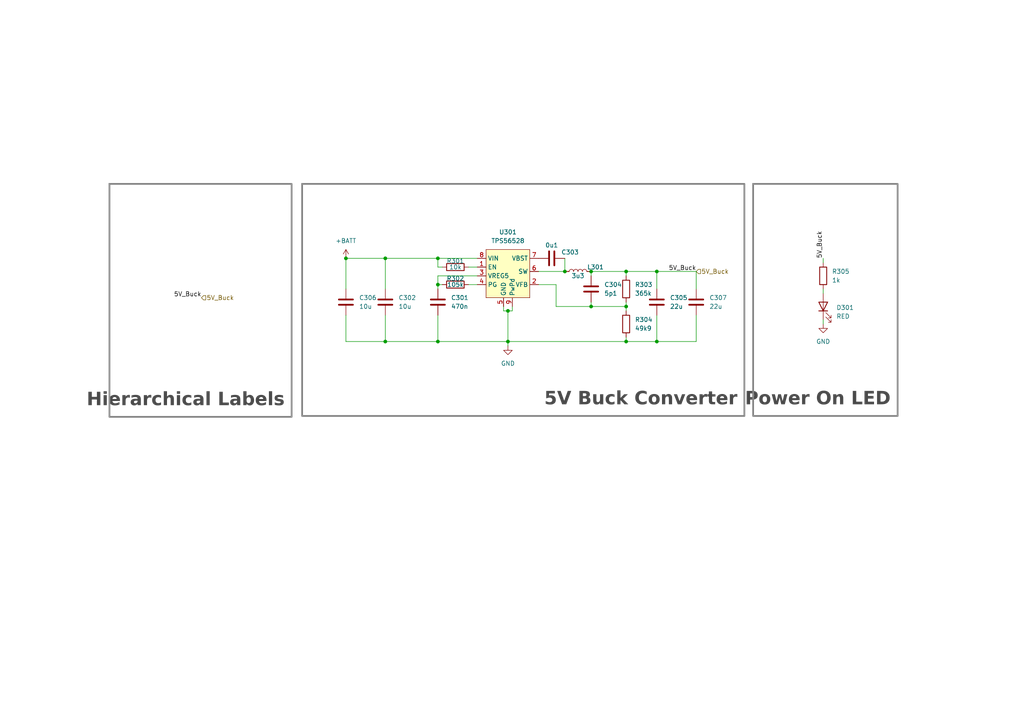
<source format=kicad_sch>
(kicad_sch (version 20231120) (generator "eeschema") (generator_version "8.0")
  (paper "A4")
  (lib_symbols
    (symbol "CUSTOM:TPS56528"
      (property "Reference" "U" (at 0 8.128 0))
      (property "Value" "TPS56528" (at 0 0 0))
      (symbol "TPS56528_1_1"
        (rectangle (start -6.35 6.35) (end 6.35 -7.62) (fill (type background)))
        (pin unspecified line (at -8.89 1.27 0) (length 2.54) (name "EN") (number "1"))
        (pin unspecified line (at 8.89 -3.81 180) (length 2.54) (name "VFB") (number "2"))
        (pin unspecified line (at -8.89 -1.27 0) (length 2.54) (name "VREG5") (number "3"))
        (pin unspecified line (at -8.89 -3.81 0) (length 2.54) (name "PG") (number "4"))
        (pin power_out line (at -1.27 -10.16 90) (length 2.54) (name "GND") (number "5"))
        (pin unspecified line (at 8.89 0 180) (length 2.54) (name "SW") (number "6"))
        (pin unspecified line (at 8.89 3.81 180) (length 2.54) (name "VBST") (number "7"))
        (pin power_in line (at -8.89 3.81 0) (length 2.54) (name "VIN") (number "8"))
        (pin power_out line (at 1.27 -10.16 90) (length 2.54) (name "PwPd") (number "9"))
      )
    )
    (symbol "Device:C" (pin_numbers hide) (pin_names (offset 0.254))
      (property "Reference" "C" (at 0.635 2.54 0))
      (property "Value" "C" (at 0.635 -2.54 0))
      (symbol "C_0_1"
        (polyline (pts (xy -2.032 -0.762) (xy 2.032 -0.762)) (stroke (width 0.508)))
        (polyline (pts (xy -2.032 0.762) (xy 2.032 0.762)) (stroke (width 0.508)))
      )
      (symbol "C_1_1"
        (pin passive line (at 0 3.81 270) (length 2.794) (name "~") (number "1"))
        (pin passive line (at 0 -3.81 90) (length 2.794) (name "~") (number "2"))
      )
    )
    (symbol "Device:L" (pin_numbers hide) (pin_names (offset 1.016) hide)
      (property "Reference" "L" (at -1.27 0 90))
      (property "Value" "L" (at 1.905 0 90))
      (symbol "L_0_1"
        (arc (start 0 -2.54) (mid 0.6323 -1.905) (end 0 -1.27))
        (arc (start 0 -1.27) (mid 0.6323 -0.635) (end 0 0))
        (arc (start 0 0) (mid 0.6323 0.635) (end 0 1.27))
        (arc (start 0 1.27) (mid 0.6323 1.905) (end 0 2.54))
      )
      (symbol "L_1_1"
        (pin passive line (at 0 3.81 270) (length 1.27) (name "1") (number "1"))
        (pin passive line (at 0 -3.81 90) (length 1.27) (name "2") (number "2"))
      )
    )
    (symbol "Device:LED" (pin_numbers hide) (pin_names (offset 1.016) hide)
      (property "Reference" "D" (at 0 2.54 0))
      (property "Value" "LED" (at 0 -2.54 0))
      (symbol "LED_0_1"
        (polyline (pts (xy -1.27 -1.27) (xy -1.27 1.27)) (stroke (width 0.254)))
        (polyline (pts (xy -1.27 0) (xy 1.27 0)))
        (polyline (pts (xy 1.27 -1.27) (xy 1.27 1.27) (xy -1.27 0) (xy 1.27 -1.27)) (stroke (width 0.254)))
        (polyline (pts (xy -3.048 -0.762) (xy -4.572 -2.286) (xy -3.81 -2.286) (xy -4.572 -2.286) (xy -4.572 -1.524)))
        (polyline (pts (xy -1.778 -0.762) (xy -3.302 -2.286) (xy -2.54 -2.286) (xy -3.302 -2.286) (xy -3.302 -1.524)))
      )
      (symbol "LED_1_1"
        (pin passive line (at -3.81 0 0) (length 2.54) (name "K") (number "1"))
        (pin passive line (at 3.81 0 180) (length 2.54) (name "A") (number "2"))
      )
    )
    (symbol "Device:R" (pin_numbers hide) (pin_names (offset 0))
      (property "Reference" "R" (at 2.032 0 90))
      (property "Value" "R" (at 0 0 90))
      (symbol "R_0_1"
        (rectangle (start -1.016 -2.54) (end 1.016 2.54) (stroke (width 0.254)))
      )
      (symbol "R_1_1"
        (pin passive line (at 0 3.81 270) (length 1.27) (name "~") (number "1"))
        (pin passive line (at 0 -3.81 90) (length 1.27) (name "~") (number "2"))
      )
    )
    (symbol "power:+BATT" (power) (pin_names (offset 0))
      (property "Value" "+BATT" (at 0 3.556 0))
      (symbol "+BATT_0_1"
        (polyline (pts (xy -0.762 1.27) (xy 0 2.54)))
        (polyline (pts (xy 0 0) (xy 0 2.54)))
        (polyline (pts (xy 0 2.54) (xy 0.762 1.27)))
      )
      (symbol "+BATT_1_1"
        (pin power_in line (at 0 0 90) (length 0) hide (name "+BATT") (number "1"))
      )
    )
    (symbol "power:GND" (power) (pin_names (offset 0))
      (property "Value" "GND" (at 0 -3.81 0))
      (symbol "GND_0_1"
        (polyline (pts (xy 0 0) (xy 0 -1.27) (xy 1.27 -1.27) (xy 0 -2.54) (xy -1.27 -1.27) (xy 0 -1.27)))
      )
      (symbol "GND_1_1"
        (pin power_in line (at 0 0 270) (length 0) hide (name "GND") (number "1"))
      )
    )
  )
  (junction (at 127 82.55))
  (junction (at 171.45 78.74))
  (junction (at 127 99.06))
  (junction (at 181.61 99.06))
  (junction (at 147.32 99.06))
  (junction (at 163.83 78.74))
  (junction (at 190.5 99.06))
  (junction (at 171.45 88.9))
  (junction (at 181.61 88.9))
  (junction (at 190.5 78.74))
  (junction (at 100.33 74.93))
  (junction (at 181.61 78.74))
  (junction (at 147.32 90.17))
  (junction (at 127 74.93))
  (junction (at 111.76 99.06))
  (junction (at 111.76 74.93))
  (wire (pts (xy 171.45 88.9) (xy 181.61 88.9)))
  (wire (pts (xy 171.45 80.01) (xy 171.45 78.74)))
  (wire (pts (xy 111.76 99.06) (xy 127 99.06)))
  (wire (pts (xy 147.32 99.06) (xy 147.32 100.33)))
  (wire (pts (xy 163.83 74.93) (xy 163.83 78.74)))
  (wire (pts (xy 128.27 77.47) (xy 127 77.47)))
  (wire (pts (xy 238.76 74.93) (xy 238.76 76.2)))
  (wire (pts (xy 138.43 80.01) (xy 127 80.01)))
  (wire (pts (xy 181.61 99.06) (xy 190.5 99.06)))
  (wire (pts (xy 161.29 82.55) (xy 161.29 88.9)))
  (wire (pts (xy 127 82.55) (xy 127 83.82)))
  (wire (pts (xy 100.33 74.93) (xy 100.33 83.82)))
  (wire (pts (xy 147.32 99.06) (xy 181.61 99.06)))
  (wire (pts (xy 127 74.93) (xy 111.76 74.93)))
  (wire (pts (xy 161.29 88.9) (xy 171.45 88.9)))
  (wire (pts (xy 238.76 92.71) (xy 238.76 93.98)))
  (wire (pts (xy 127 91.44) (xy 127 99.06)))
  (wire (pts (xy 135.89 77.47) (xy 138.43 77.47)))
  (wire (pts (xy 181.61 88.9) (xy 181.61 90.17)))
  (wire (pts (xy 148.59 90.17) (xy 148.59 88.9)))
  (wire (pts (xy 127 80.01) (xy 127 82.55)))
  (wire (pts (xy 138.43 74.93) (xy 127 74.93)))
  (wire (pts (xy 146.05 88.9) (xy 146.05 90.17)))
  (wire (pts (xy 156.21 82.55) (xy 161.29 82.55)))
  (wire (pts (xy 111.76 74.93) (xy 111.76 83.82)))
  (wire (pts (xy 181.61 87.63) (xy 181.61 88.9)))
  (wire (pts (xy 181.61 99.06) (xy 181.61 97.79)))
  (wire (pts (xy 181.61 80.01) (xy 181.61 78.74)))
  (wire (pts (xy 100.33 99.06) (xy 111.76 99.06)))
  (wire (pts (xy 190.5 99.06) (xy 201.93 99.06)))
  (wire (pts (xy 111.76 91.44) (xy 111.76 99.06)))
  (wire (pts (xy 171.45 78.74) (xy 181.61 78.74)))
  (wire (pts (xy 190.5 83.82) (xy 190.5 78.74)))
  (wire (pts (xy 190.5 78.74) (xy 181.61 78.74)))
  (wire (pts (xy 135.89 82.55) (xy 138.43 82.55)))
  (wire (pts (xy 146.05 90.17) (xy 147.32 90.17)))
  (wire (pts (xy 156.21 78.74) (xy 163.83 78.74)))
  (wire (pts (xy 127 77.47) (xy 127 74.93)))
  (wire (pts (xy 171.45 88.9) (xy 171.45 87.63)))
  (wire (pts (xy 127 82.55) (xy 128.27 82.55)))
  (wire (pts (xy 238.76 83.82) (xy 238.76 85.09)))
  (wire (pts (xy 147.32 90.17) (xy 147.32 99.06)))
  (wire (pts (xy 111.76 74.93) (xy 100.33 74.93)))
  (wire (pts (xy 201.93 91.44) (xy 201.93 99.06)))
  (wire (pts (xy 100.33 91.44) (xy 100.33 99.06)))
  (wire (pts (xy 201.93 83.82) (xy 201.93 78.74)))
  (wire (pts (xy 201.93 78.74) (xy 190.5 78.74)))
  (wire (pts (xy 127 99.06) (xy 147.32 99.06)))
  (wire (pts (xy 190.5 91.44) (xy 190.5 99.06)))
  (wire (pts (xy 147.32 90.17) (xy 148.59 90.17)))
  (rectangle (start 31.75 53.34) (end 84.582 120.904) (stroke (width 0.508) (color 132 132 132 1)))
  (rectangle (start 87.63 53.34) (end 215.9 120.65) (stroke (width 0.508) (color 132 132 132 1)))
  (rectangle (start 218.44 53.34) (end 260.35 120.65) (stroke (width 0.508) (color 132 132 132 1)))
  (text "Power On LED" (at 258.318 119.126 0) (effects (font (size 3.81 3.81) (thickness 0.254) (bold yes)) (justify right bottom)))
  (text "5V Buck Converter" (at 213.868 119.126 0) (effects (font (size 3.81 3.81) (thickness 0.254) (bold yes)) (justify right bottom)))
  (text "Hierarchical Labels" (at 82.55 119.38 0) (effects (font (size 3.81 3.81) (thickness 0.254) (bold yes)) (justify right bottom)))
  (label "5V_Buck" (at 58.42 86.36 180))
  (label "5V_Buck" (at 238.76 74.93 90))
  (label "5V_Buck" (at 201.93 78.74 180))
  (hierarchical_label "5V_Buck" (shape input) (at 201.93 78.74 0))
  (hierarchical_label "5V_Buck" (shape input) (at 58.42 86.36 0))
  (symbol (lib_id "Device:C") (at 190.5 87.63 0) (unit 1)
    (property "Reference" "C305" (at 194.31 86.3599 0) (effects (justify left)))
    (property "Value" "22u" (at 194.31 88.8999 0) (effects (justify left)))
    (property "Footprint" "Capacitor_SMD:C_0805_2012Metric_Pad1.18x1.45mm_HandSolder" (effects (hide yes)))
    (property "Description" "Unpolarized capacitor" (effects (hide yes)))
  )
  (symbol (lib_id "Device:LED") (at 238.76 88.9 90) (unit 1)
    (property "Reference" "D301" (at 242.57 89.2174 90) (effects (justify right)))
    (property "Value" "RED" (at 242.57 91.7574 90) (effects (justify right)))
    (property "Footprint" "LED_SMD:LED_0805_2012Metric" (effects (hide yes)))
    (property "Description" "Light emitting diode" (effects (hide yes)))
    (property "Field5" "C391863" (effects (hide yes)))
  )
  (symbol (lib_id "Device:C") (at 171.45 83.82 0) (unit 1)
    (property "Reference" "C304" (at 175.26 82.5499 0) (effects (justify left)))
    (property "Value" "5p1" (at 175.26 85.0899 0) (effects (justify left)))
    (property "Footprint" "Capacitor_SMD:C_0805_2012Metric_Pad1.18x1.45mm_HandSolder" (effects (hide yes)))
    (property "Description" "Unpolarized capacitor" (effects (hide yes)))
  )
  (symbol (lib_id "Device:R") (at 181.61 93.98 0) (unit 1)
    (property "Reference" "R304" (at 184.15 92.7099 0) (effects (justify left)))
    (property "Value" "49k9" (at 184.15 95.2499 0) (effects (justify left)))
    (property "Footprint" "Resistor_SMD:R_0805_2012Metric_Pad1.20x1.40mm_HandSolder" (effects (hide yes)))
    (property "Description" "Resistor" (effects (hide yes)))
    (property "LCSC" "C17719" (effects (hide yes)))
  )
  (symbol (lib_id "Device:C") (at 111.76 87.63 0) (unit 1)
    (property "Reference" "C302" (at 115.57 86.3599 0) (effects (justify left)))
    (property "Value" "10u" (at 115.57 88.8999 0) (effects (justify left)))
    (property "Footprint" "Capacitor_SMD:C_1210_3225Metric_Pad1.33x2.70mm_HandSolder" (effects (hide yes)))
    (property "Description" "Unpolarized capacitor" (effects (hide yes)))
  )
  (symbol (lib_id "power:GND") (at 238.76 93.98 0) (unit 1)
    (property "Reference" "#PWR0305" (effects (hide yes)))
    (property "Value" "GND" (at 238.76 99.06 0))
    (property "Description" "Power symbol creates a global label with name \"GND\" , ground" (effects (hide yes)))
  )
  (symbol (lib_id "Device:C") (at 127 87.63 0) (unit 1)
    (property "Reference" "C301" (at 130.81 86.3599 0) (effects (justify left)))
    (property "Value" "470n" (at 130.81 88.8999 0) (effects (justify left)))
    (property "Footprint" "Capacitor_SMD:C_0805_2012Metric_Pad1.18x1.45mm_HandSolder" (effects (hide yes)))
    (property "Description" "Unpolarized capacitor" (effects (hide yes)))
  )
  (symbol (lib_id "Device:L") (at 167.64 78.74 90) (unit 1)
    (property "Reference" "L301" (at 172.72 77.47 90))
    (property "Value" "3u3" (at 167.64 80.01 90))
    (property "Footprint" "Inductor_SMD:L_Bourns_SRP1050WA" (effects (hide yes)))
    (property "Description" "Inductor" (effects (hide yes)))
    (property "LCSC" "C497894" (effects (hide yes)))
  )
  (symbol (lib_id "Device:R") (at 238.76 80.01 0) (unit 1)
    (property "Reference" "R305" (at 241.3 78.7399 0) (effects (justify left)))
    (property "Value" "1k" (at 241.3 81.2799 0) (effects (justify left)))
    (property "Footprint" "Resistor_SMD:R_0805_2012Metric_Pad1.20x1.40mm_HandSolder" (effects (hide yes)))
    (property "Description" "Resistor" (effects (hide yes)))
  )
  (symbol (lib_id "Device:C") (at 201.93 87.63 0) (unit 1)
    (property "Reference" "C307" (at 205.74 86.3599 0) (effects (justify left)))
    (property "Value" "22u" (at 205.74 88.8999 0) (effects (justify left)))
    (property "Footprint" "Capacitor_SMD:C_0805_2012Metric_Pad1.18x1.45mm_HandSolder" (effects (hide yes)))
    (property "Description" "Unpolarized capacitor" (effects (hide yes)))
  )
  (symbol (lib_id "power:+BATT") (at 100.33 74.93 0) (unit 1)
    (property "Reference" "#PWR0302" (effects (hide yes)))
    (property "Value" "+BATT" (at 100.33 69.85 0))
    (property "Description" "Power symbol creates a global label with name \"+BATT\"" (effects (hide yes)))
  )
  (symbol (lib_id "Device:C") (at 160.02 74.93 90) (unit 1)
    (property "Reference" "C303" (at 165.354 73.152 90))
    (property "Value" "0u1" (at 160.02 71.12 90))
    (property "Footprint" "Capacitor_SMD:C_0805_2012Metric_Pad1.18x1.45mm_HandSolder" (effects (hide yes)))
    (property "Description" "Unpolarized capacitor" (effects (hide yes)))
  )
  (symbol (lib_id "power:GND") (at 147.32 100.33 0) (unit 1)
    (property "Reference" "#PWR0301" (effects (hide yes)))
    (property "Value" "GND" (at 147.32 105.41 0))
    (property "Description" "Power symbol creates a global label with name \"GND\" , ground" (effects (hide yes)))
  )
  (symbol (lib_id "Device:R") (at 181.61 83.82 0) (unit 1)
    (property "Reference" "R303" (at 184.15 82.5499 0) (effects (justify left)))
    (property "Value" "365k" (at 184.15 85.0899 0) (effects (justify left)))
    (property "Footprint" "Resistor_SMD:R_0805_2012Metric_Pad1.20x1.40mm_HandSolder" (effects (hide yes)))
    (property "Description" "Resistor" (effects (hide yes)))
    (property "LCSC" "C2999471" (effects (hide yes)))
  )
  (symbol (lib_id "Device:R") (at 132.08 82.55 90) (unit 1)
    (property "Reference" "R302" (at 132.08 80.772 90))
    (property "Value" "105k" (at 132.08 82.55 90))
    (property "Footprint" "Resistor_SMD:R_0805_2012Metric_Pad1.20x1.40mm_HandSolder" (effects (hide yes)))
    (property "Description" "Resistor" (effects (hide yes)))
    (property "LCSC" "C3000727" (effects (hide yes)))
  )
  (symbol (lib_id "CUSTOM:TPS56528") (at 147.32 78.74 0) (unit 1)
    (property "Reference" "U301" (at 147.32 67.31 0))
    (property "Value" "TPS56528" (at 147.32 69.85 0))
    (property "Footprint" "Package_SO:Texas_HSOP-8-1EP_3.9x4.9mm_P1.27mm_ThermalVias" (effects (hide yes)))
    (property "Datasheet" "https://www.ti.com/lit/ds/symlink/tps56528.pdf?ts=1712822717399&ref_url=https%253A%252F%252Fhr.mouser.com%252F" (effects (hide yes)))
    (property "Description" "TPS56528 4.5-V to 18-V Input, 5-A Synchronous Step-Down Converter With Advanced Eco-Mode™" (effects (hide yes)))
    (property "LCSC" "C138716" (effects (hide yes)))
  )
  (symbol (lib_id "Device:R") (at 132.08 77.47 90) (unit 1)
    (property "Reference" "R301" (at 132.08 75.692 90))
    (property "Value" "10k" (at 132.08 77.47 90))
    (property "Footprint" "Resistor_SMD:R_0805_2012Metric_Pad1.20x1.40mm_HandSolder" (effects (hide yes)))
    (property "Description" "Resistor" (effects (hide yes)))
  )
  (symbol (lib_id "Device:C") (at 100.33 87.63 0) (unit 1)
    (property "Reference" "C306" (at 104.14 86.3599 0) (effects (justify left)))
    (property "Value" "10u" (at 104.14 88.8999 0) (effects (justify left)))
    (property "Footprint" "Capacitor_SMD:C_1210_3225Metric_Pad1.33x2.70mm_HandSolder" (effects (hide yes)))
    (property "Description" "Unpolarized capacitor" (effects (hide yes)))
    (property "LCSC" "C2918502" (effects (hide yes)))
  )
)
</source>
